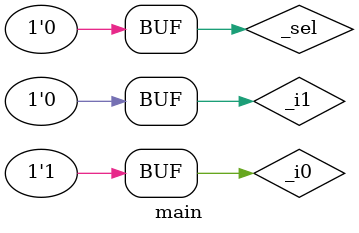
<source format=v>
module MUX(Sel,I0,I1,E);
input Sel,I0,I1;
output E;
assign E=(I1&Sel)|(I0&~Sel);
endmodule
module main();
reg _sel,_i0,_i1;
wire _e;
MUX m(_sel,_i0,_i1,_e);
initial
begin
$monitor("%d", _e);
_i0=1;
_i1=0;
_sel=0;
end
endmodule

</source>
